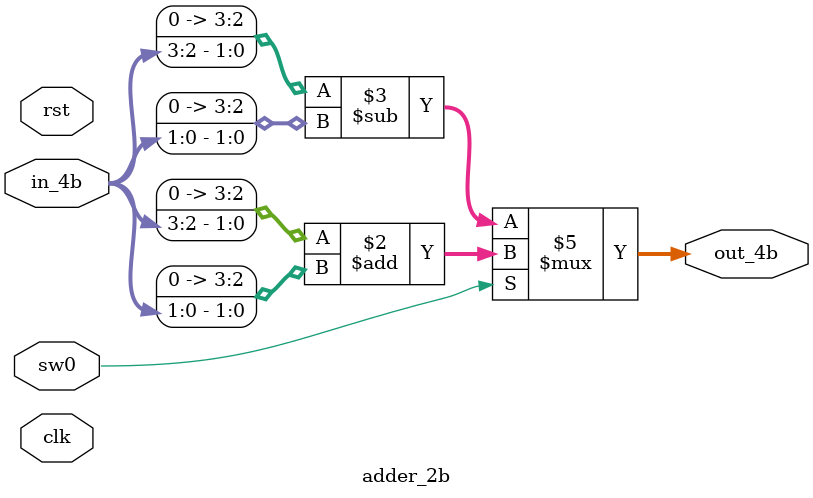
<source format=v>
module adder_2b(clk, rst, in_4b, sw0, out_4b);

input clk,rst;
input [3:0]in_4b;
input sw0;
output reg [3:0]out_4b;	

always@(*)begin
    if(sw0)
        out_4b = {2'b0,  in_4b[3:2]} + {2'b0, in_4b[1:0]};
    else
        out_4b = {2'b0, in_4b[3:2]} - {2'b0, in_4b[1:0]};

end

endmodule

</source>
